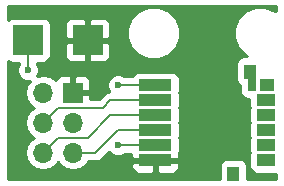
<source format=gtl>
G04 #@! TF.FileFunction,Copper,L1,Top,Signal*
%FSLAX46Y46*%
G04 Gerber Fmt 4.6, Leading zero omitted, Abs format (unit mm)*
G04 Created by KiCad (PCBNEW 4.0.6) date 10/01/17 10:03:43*
%MOMM*%
%LPD*%
G01*
G04 APERTURE LIST*
%ADD10C,0.100000*%
%ADD11R,2.550000X2.500000*%
%ADD12R,1.700000X1.700000*%
%ADD13O,1.700000X1.700000*%
%ADD14R,2.800000X1.000000*%
%ADD15R,1.000000X1.300000*%
%ADD16R,1.500000X1.000000*%
%ADD17R,1.300000X1.000000*%
%ADD18R,0.700000X1.005000*%
%ADD19C,0.600000*%
%ADD20C,0.200000*%
%ADD21C,0.254000*%
G04 APERTURE END LIST*
D10*
D11*
X138415000Y-101600000D03*
X133365000Y-101600000D03*
D12*
X137160000Y-106045000D03*
D13*
X134620000Y-106045000D03*
X137160000Y-108585000D03*
X134620000Y-108585000D03*
X137160000Y-111125000D03*
X134620000Y-111125000D03*
D14*
X144145000Y-111760000D03*
X144145000Y-110490000D03*
X144145000Y-109220000D03*
X144145000Y-107950000D03*
X144145000Y-106680000D03*
X144145000Y-105410000D03*
D15*
X150745000Y-112922500D03*
D16*
X153495000Y-111760000D03*
X153495000Y-110490000D03*
X153495000Y-109220000D03*
X153495000Y-107950000D03*
X153495000Y-106680000D03*
D17*
X153595000Y-105410000D03*
D18*
X152295000Y-105407500D03*
D15*
X152145000Y-104255000D03*
D19*
X140970000Y-105410000D03*
X133350000Y-104140000D03*
X140970000Y-110490000D03*
D20*
X144145000Y-105410000D02*
X140970000Y-105410000D01*
X133365000Y-101600000D02*
X133365000Y-104125000D01*
X133365000Y-104125000D02*
X133350000Y-104140000D01*
X144145000Y-110490000D02*
X140970000Y-110490000D01*
X144145000Y-106680000D02*
X140335000Y-106680000D01*
X135890000Y-107315000D02*
X134620000Y-108585000D01*
X139700000Y-107315000D02*
X135890000Y-107315000D01*
X140335000Y-106680000D02*
X139700000Y-107315000D01*
X144145000Y-109220000D02*
X140970000Y-109220000D01*
X139065000Y-111125000D02*
X137160000Y-111125000D01*
X140970000Y-109220000D02*
X139065000Y-111125000D01*
X144145000Y-107950000D02*
X140335000Y-107950000D01*
X135890000Y-109855000D02*
X134620000Y-111125000D01*
X138430000Y-109855000D02*
X135890000Y-109855000D01*
X140335000Y-107950000D02*
X138430000Y-109855000D01*
D21*
G36*
X154315000Y-99153768D02*
X154267679Y-99106364D01*
X153446519Y-98765389D01*
X152557381Y-98764613D01*
X151735628Y-99104155D01*
X151106364Y-99732321D01*
X150765389Y-100553481D01*
X150764613Y-101442619D01*
X151104155Y-102264372D01*
X151732321Y-102893636D01*
X151886267Y-102957560D01*
X151645000Y-102957560D01*
X151409683Y-103001838D01*
X151193559Y-103140910D01*
X151048569Y-103353110D01*
X150997560Y-103605000D01*
X150997560Y-104905000D01*
X151041838Y-105140317D01*
X151180910Y-105356441D01*
X151297560Y-105436145D01*
X151297560Y-105910000D01*
X151341838Y-106145317D01*
X151480910Y-106361441D01*
X151693110Y-106506431D01*
X151945000Y-106557440D01*
X152097560Y-106557440D01*
X152097560Y-107180000D01*
X152123895Y-107319956D01*
X152097560Y-107450000D01*
X152097560Y-108450000D01*
X152123895Y-108589956D01*
X152097560Y-108720000D01*
X152097560Y-109720000D01*
X152123895Y-109859956D01*
X152097560Y-109990000D01*
X152097560Y-110990000D01*
X152123895Y-111129956D01*
X152097560Y-111260000D01*
X152097560Y-112260000D01*
X152141838Y-112495317D01*
X152280910Y-112711441D01*
X152493110Y-112856431D01*
X152745000Y-112907440D01*
X154245000Y-112907440D01*
X154315000Y-112894269D01*
X154315000Y-113315000D01*
X151892440Y-113315000D01*
X151892440Y-112272500D01*
X151848162Y-112037183D01*
X151709090Y-111821059D01*
X151496890Y-111676069D01*
X151245000Y-111625060D01*
X150245000Y-111625060D01*
X150009683Y-111669338D01*
X149793559Y-111808410D01*
X149648569Y-112020610D01*
X149597560Y-112272500D01*
X149597560Y-113315000D01*
X131685000Y-113315000D01*
X131685000Y-103341815D01*
X131838110Y-103446431D01*
X132090000Y-103497440D01*
X132630000Y-103497440D01*
X132630000Y-103537607D01*
X132557808Y-103609673D01*
X132415162Y-103953201D01*
X132414838Y-104325167D01*
X132556883Y-104668943D01*
X132819673Y-104932192D01*
X133163201Y-105074838D01*
X133487282Y-105075120D01*
X133218946Y-105476715D01*
X133105907Y-106045000D01*
X133218946Y-106613285D01*
X133540853Y-107095054D01*
X133870026Y-107315000D01*
X133540853Y-107534946D01*
X133218946Y-108016715D01*
X133105907Y-108585000D01*
X133218946Y-109153285D01*
X133540853Y-109635054D01*
X133870026Y-109855000D01*
X133540853Y-110074946D01*
X133218946Y-110556715D01*
X133105907Y-111125000D01*
X133218946Y-111693285D01*
X133540853Y-112175054D01*
X134022622Y-112496961D01*
X134590907Y-112610000D01*
X134649093Y-112610000D01*
X135217378Y-112496961D01*
X135699147Y-112175054D01*
X135890000Y-111889422D01*
X136080853Y-112175054D01*
X136562622Y-112496961D01*
X137130907Y-112610000D01*
X137189093Y-112610000D01*
X137757378Y-112496961D01*
X138239147Y-112175054D01*
X138325545Y-112045750D01*
X142110000Y-112045750D01*
X142110000Y-112386310D01*
X142206673Y-112619699D01*
X142385302Y-112798327D01*
X142618691Y-112895000D01*
X143859250Y-112895000D01*
X144018000Y-112736250D01*
X144018000Y-111887000D01*
X144272000Y-111887000D01*
X144272000Y-112736250D01*
X144430750Y-112895000D01*
X145671309Y-112895000D01*
X145904698Y-112798327D01*
X146083327Y-112619699D01*
X146180000Y-112386310D01*
X146180000Y-112045750D01*
X146021250Y-111887000D01*
X144272000Y-111887000D01*
X144018000Y-111887000D01*
X142268750Y-111887000D01*
X142110000Y-112045750D01*
X138325545Y-112045750D01*
X138449659Y-111860000D01*
X139065000Y-111860000D01*
X139346272Y-111804051D01*
X139584723Y-111644723D01*
X140193678Y-111035768D01*
X140439673Y-111282192D01*
X140783201Y-111424838D01*
X141155167Y-111425162D01*
X141498943Y-111283117D01*
X141557162Y-111225000D01*
X142110000Y-111225000D01*
X142110000Y-111474250D01*
X142268750Y-111633000D01*
X142723075Y-111633000D01*
X142745000Y-111637440D01*
X145545000Y-111637440D01*
X145568597Y-111633000D01*
X146021250Y-111633000D01*
X146180000Y-111474250D01*
X146180000Y-111133690D01*
X146168812Y-111106679D01*
X146192440Y-110990000D01*
X146192440Y-109990000D01*
X146166105Y-109850044D01*
X146192440Y-109720000D01*
X146192440Y-108720000D01*
X146166105Y-108580044D01*
X146192440Y-108450000D01*
X146192440Y-107450000D01*
X146166105Y-107310044D01*
X146192440Y-107180000D01*
X146192440Y-106180000D01*
X146166105Y-106040044D01*
X146192440Y-105910000D01*
X146192440Y-104910000D01*
X146148162Y-104674683D01*
X146009090Y-104458559D01*
X145796890Y-104313569D01*
X145545000Y-104262560D01*
X142745000Y-104262560D01*
X142509683Y-104306838D01*
X142293559Y-104445910D01*
X142148569Y-104658110D01*
X142145149Y-104675000D01*
X141557419Y-104675000D01*
X141500327Y-104617808D01*
X141156799Y-104475162D01*
X140784833Y-104474838D01*
X140441057Y-104616883D01*
X140177808Y-104879673D01*
X140035162Y-105223201D01*
X140034838Y-105595167D01*
X140176883Y-105938943D01*
X140208123Y-105970238D01*
X140053728Y-106000949D01*
X139815277Y-106160276D01*
X139395554Y-106580000D01*
X138645000Y-106580000D01*
X138645000Y-106330750D01*
X138486250Y-106172000D01*
X137287000Y-106172000D01*
X137287000Y-106192000D01*
X137033000Y-106192000D01*
X137033000Y-106172000D01*
X137013000Y-106172000D01*
X137013000Y-105918000D01*
X137033000Y-105918000D01*
X137033000Y-104718750D01*
X137287000Y-104718750D01*
X137287000Y-105918000D01*
X138486250Y-105918000D01*
X138645000Y-105759250D01*
X138645000Y-105068690D01*
X138548327Y-104835301D01*
X138369698Y-104656673D01*
X138136309Y-104560000D01*
X137445750Y-104560000D01*
X137287000Y-104718750D01*
X137033000Y-104718750D01*
X136874250Y-104560000D01*
X136183691Y-104560000D01*
X135950302Y-104656673D01*
X135771673Y-104835301D01*
X135703097Y-105000858D01*
X135699147Y-104994946D01*
X135217378Y-104673039D01*
X134649093Y-104560000D01*
X134590907Y-104560000D01*
X134151730Y-104647358D01*
X134284838Y-104326799D01*
X134285162Y-103954833D01*
X134143117Y-103611057D01*
X134100000Y-103567865D01*
X134100000Y-103497440D01*
X134640000Y-103497440D01*
X134875317Y-103453162D01*
X135091441Y-103314090D01*
X135236431Y-103101890D01*
X135287440Y-102850000D01*
X135287440Y-101885750D01*
X136505000Y-101885750D01*
X136505000Y-102976310D01*
X136601673Y-103209699D01*
X136780302Y-103388327D01*
X137013691Y-103485000D01*
X138129250Y-103485000D01*
X138288000Y-103326250D01*
X138288000Y-101727000D01*
X138542000Y-101727000D01*
X138542000Y-103326250D01*
X138700750Y-103485000D01*
X139816309Y-103485000D01*
X140049698Y-103388327D01*
X140228327Y-103209699D01*
X140325000Y-102976310D01*
X140325000Y-101885750D01*
X140166250Y-101727000D01*
X138542000Y-101727000D01*
X138288000Y-101727000D01*
X136663750Y-101727000D01*
X136505000Y-101885750D01*
X135287440Y-101885750D01*
X135287440Y-100350000D01*
X135263674Y-100223690D01*
X136505000Y-100223690D01*
X136505000Y-101314250D01*
X136663750Y-101473000D01*
X138288000Y-101473000D01*
X138288000Y-99873750D01*
X138542000Y-99873750D01*
X138542000Y-101473000D01*
X140166250Y-101473000D01*
X140196631Y-101442619D01*
X141764613Y-101442619D01*
X142104155Y-102264372D01*
X142732321Y-102893636D01*
X143553481Y-103234611D01*
X144442619Y-103235387D01*
X145264372Y-102895845D01*
X145893636Y-102267679D01*
X146234611Y-101446519D01*
X146235387Y-100557381D01*
X145895845Y-99735628D01*
X145267679Y-99106364D01*
X144446519Y-98765389D01*
X143557381Y-98764613D01*
X142735628Y-99104155D01*
X142106364Y-99732321D01*
X141765389Y-100553481D01*
X141764613Y-101442619D01*
X140196631Y-101442619D01*
X140325000Y-101314250D01*
X140325000Y-100223690D01*
X140228327Y-99990301D01*
X140049698Y-99811673D01*
X139816309Y-99715000D01*
X138700750Y-99715000D01*
X138542000Y-99873750D01*
X138288000Y-99873750D01*
X138129250Y-99715000D01*
X137013691Y-99715000D01*
X136780302Y-99811673D01*
X136601673Y-99990301D01*
X136505000Y-100223690D01*
X135263674Y-100223690D01*
X135243162Y-100114683D01*
X135104090Y-99898559D01*
X134891890Y-99753569D01*
X134640000Y-99702560D01*
X132090000Y-99702560D01*
X131854683Y-99746838D01*
X131685000Y-99856026D01*
X131685000Y-98685000D01*
X154315000Y-98685000D01*
X154315000Y-99153768D01*
X154315000Y-99153768D01*
G37*
X154315000Y-99153768D02*
X154267679Y-99106364D01*
X153446519Y-98765389D01*
X152557381Y-98764613D01*
X151735628Y-99104155D01*
X151106364Y-99732321D01*
X150765389Y-100553481D01*
X150764613Y-101442619D01*
X151104155Y-102264372D01*
X151732321Y-102893636D01*
X151886267Y-102957560D01*
X151645000Y-102957560D01*
X151409683Y-103001838D01*
X151193559Y-103140910D01*
X151048569Y-103353110D01*
X150997560Y-103605000D01*
X150997560Y-104905000D01*
X151041838Y-105140317D01*
X151180910Y-105356441D01*
X151297560Y-105436145D01*
X151297560Y-105910000D01*
X151341838Y-106145317D01*
X151480910Y-106361441D01*
X151693110Y-106506431D01*
X151945000Y-106557440D01*
X152097560Y-106557440D01*
X152097560Y-107180000D01*
X152123895Y-107319956D01*
X152097560Y-107450000D01*
X152097560Y-108450000D01*
X152123895Y-108589956D01*
X152097560Y-108720000D01*
X152097560Y-109720000D01*
X152123895Y-109859956D01*
X152097560Y-109990000D01*
X152097560Y-110990000D01*
X152123895Y-111129956D01*
X152097560Y-111260000D01*
X152097560Y-112260000D01*
X152141838Y-112495317D01*
X152280910Y-112711441D01*
X152493110Y-112856431D01*
X152745000Y-112907440D01*
X154245000Y-112907440D01*
X154315000Y-112894269D01*
X154315000Y-113315000D01*
X151892440Y-113315000D01*
X151892440Y-112272500D01*
X151848162Y-112037183D01*
X151709090Y-111821059D01*
X151496890Y-111676069D01*
X151245000Y-111625060D01*
X150245000Y-111625060D01*
X150009683Y-111669338D01*
X149793559Y-111808410D01*
X149648569Y-112020610D01*
X149597560Y-112272500D01*
X149597560Y-113315000D01*
X131685000Y-113315000D01*
X131685000Y-103341815D01*
X131838110Y-103446431D01*
X132090000Y-103497440D01*
X132630000Y-103497440D01*
X132630000Y-103537607D01*
X132557808Y-103609673D01*
X132415162Y-103953201D01*
X132414838Y-104325167D01*
X132556883Y-104668943D01*
X132819673Y-104932192D01*
X133163201Y-105074838D01*
X133487282Y-105075120D01*
X133218946Y-105476715D01*
X133105907Y-106045000D01*
X133218946Y-106613285D01*
X133540853Y-107095054D01*
X133870026Y-107315000D01*
X133540853Y-107534946D01*
X133218946Y-108016715D01*
X133105907Y-108585000D01*
X133218946Y-109153285D01*
X133540853Y-109635054D01*
X133870026Y-109855000D01*
X133540853Y-110074946D01*
X133218946Y-110556715D01*
X133105907Y-111125000D01*
X133218946Y-111693285D01*
X133540853Y-112175054D01*
X134022622Y-112496961D01*
X134590907Y-112610000D01*
X134649093Y-112610000D01*
X135217378Y-112496961D01*
X135699147Y-112175054D01*
X135890000Y-111889422D01*
X136080853Y-112175054D01*
X136562622Y-112496961D01*
X137130907Y-112610000D01*
X137189093Y-112610000D01*
X137757378Y-112496961D01*
X138239147Y-112175054D01*
X138325545Y-112045750D01*
X142110000Y-112045750D01*
X142110000Y-112386310D01*
X142206673Y-112619699D01*
X142385302Y-112798327D01*
X142618691Y-112895000D01*
X143859250Y-112895000D01*
X144018000Y-112736250D01*
X144018000Y-111887000D01*
X144272000Y-111887000D01*
X144272000Y-112736250D01*
X144430750Y-112895000D01*
X145671309Y-112895000D01*
X145904698Y-112798327D01*
X146083327Y-112619699D01*
X146180000Y-112386310D01*
X146180000Y-112045750D01*
X146021250Y-111887000D01*
X144272000Y-111887000D01*
X144018000Y-111887000D01*
X142268750Y-111887000D01*
X142110000Y-112045750D01*
X138325545Y-112045750D01*
X138449659Y-111860000D01*
X139065000Y-111860000D01*
X139346272Y-111804051D01*
X139584723Y-111644723D01*
X140193678Y-111035768D01*
X140439673Y-111282192D01*
X140783201Y-111424838D01*
X141155167Y-111425162D01*
X141498943Y-111283117D01*
X141557162Y-111225000D01*
X142110000Y-111225000D01*
X142110000Y-111474250D01*
X142268750Y-111633000D01*
X142723075Y-111633000D01*
X142745000Y-111637440D01*
X145545000Y-111637440D01*
X145568597Y-111633000D01*
X146021250Y-111633000D01*
X146180000Y-111474250D01*
X146180000Y-111133690D01*
X146168812Y-111106679D01*
X146192440Y-110990000D01*
X146192440Y-109990000D01*
X146166105Y-109850044D01*
X146192440Y-109720000D01*
X146192440Y-108720000D01*
X146166105Y-108580044D01*
X146192440Y-108450000D01*
X146192440Y-107450000D01*
X146166105Y-107310044D01*
X146192440Y-107180000D01*
X146192440Y-106180000D01*
X146166105Y-106040044D01*
X146192440Y-105910000D01*
X146192440Y-104910000D01*
X146148162Y-104674683D01*
X146009090Y-104458559D01*
X145796890Y-104313569D01*
X145545000Y-104262560D01*
X142745000Y-104262560D01*
X142509683Y-104306838D01*
X142293559Y-104445910D01*
X142148569Y-104658110D01*
X142145149Y-104675000D01*
X141557419Y-104675000D01*
X141500327Y-104617808D01*
X141156799Y-104475162D01*
X140784833Y-104474838D01*
X140441057Y-104616883D01*
X140177808Y-104879673D01*
X140035162Y-105223201D01*
X140034838Y-105595167D01*
X140176883Y-105938943D01*
X140208123Y-105970238D01*
X140053728Y-106000949D01*
X139815277Y-106160276D01*
X139395554Y-106580000D01*
X138645000Y-106580000D01*
X138645000Y-106330750D01*
X138486250Y-106172000D01*
X137287000Y-106172000D01*
X137287000Y-106192000D01*
X137033000Y-106192000D01*
X137033000Y-106172000D01*
X137013000Y-106172000D01*
X137013000Y-105918000D01*
X137033000Y-105918000D01*
X137033000Y-104718750D01*
X137287000Y-104718750D01*
X137287000Y-105918000D01*
X138486250Y-105918000D01*
X138645000Y-105759250D01*
X138645000Y-105068690D01*
X138548327Y-104835301D01*
X138369698Y-104656673D01*
X138136309Y-104560000D01*
X137445750Y-104560000D01*
X137287000Y-104718750D01*
X137033000Y-104718750D01*
X136874250Y-104560000D01*
X136183691Y-104560000D01*
X135950302Y-104656673D01*
X135771673Y-104835301D01*
X135703097Y-105000858D01*
X135699147Y-104994946D01*
X135217378Y-104673039D01*
X134649093Y-104560000D01*
X134590907Y-104560000D01*
X134151730Y-104647358D01*
X134284838Y-104326799D01*
X134285162Y-103954833D01*
X134143117Y-103611057D01*
X134100000Y-103567865D01*
X134100000Y-103497440D01*
X134640000Y-103497440D01*
X134875317Y-103453162D01*
X135091441Y-103314090D01*
X135236431Y-103101890D01*
X135287440Y-102850000D01*
X135287440Y-101885750D01*
X136505000Y-101885750D01*
X136505000Y-102976310D01*
X136601673Y-103209699D01*
X136780302Y-103388327D01*
X137013691Y-103485000D01*
X138129250Y-103485000D01*
X138288000Y-103326250D01*
X138288000Y-101727000D01*
X138542000Y-101727000D01*
X138542000Y-103326250D01*
X138700750Y-103485000D01*
X139816309Y-103485000D01*
X140049698Y-103388327D01*
X140228327Y-103209699D01*
X140325000Y-102976310D01*
X140325000Y-101885750D01*
X140166250Y-101727000D01*
X138542000Y-101727000D01*
X138288000Y-101727000D01*
X136663750Y-101727000D01*
X136505000Y-101885750D01*
X135287440Y-101885750D01*
X135287440Y-100350000D01*
X135263674Y-100223690D01*
X136505000Y-100223690D01*
X136505000Y-101314250D01*
X136663750Y-101473000D01*
X138288000Y-101473000D01*
X138288000Y-99873750D01*
X138542000Y-99873750D01*
X138542000Y-101473000D01*
X140166250Y-101473000D01*
X140196631Y-101442619D01*
X141764613Y-101442619D01*
X142104155Y-102264372D01*
X142732321Y-102893636D01*
X143553481Y-103234611D01*
X144442619Y-103235387D01*
X145264372Y-102895845D01*
X145893636Y-102267679D01*
X146234611Y-101446519D01*
X146235387Y-100557381D01*
X145895845Y-99735628D01*
X145267679Y-99106364D01*
X144446519Y-98765389D01*
X143557381Y-98764613D01*
X142735628Y-99104155D01*
X142106364Y-99732321D01*
X141765389Y-100553481D01*
X141764613Y-101442619D01*
X140196631Y-101442619D01*
X140325000Y-101314250D01*
X140325000Y-100223690D01*
X140228327Y-99990301D01*
X140049698Y-99811673D01*
X139816309Y-99715000D01*
X138700750Y-99715000D01*
X138542000Y-99873750D01*
X138288000Y-99873750D01*
X138129250Y-99715000D01*
X137013691Y-99715000D01*
X136780302Y-99811673D01*
X136601673Y-99990301D01*
X136505000Y-100223690D01*
X135263674Y-100223690D01*
X135243162Y-100114683D01*
X135104090Y-99898559D01*
X134891890Y-99753569D01*
X134640000Y-99702560D01*
X132090000Y-99702560D01*
X131854683Y-99746838D01*
X131685000Y-99856026D01*
X131685000Y-98685000D01*
X154315000Y-98685000D01*
X154315000Y-99153768D01*
M02*

</source>
